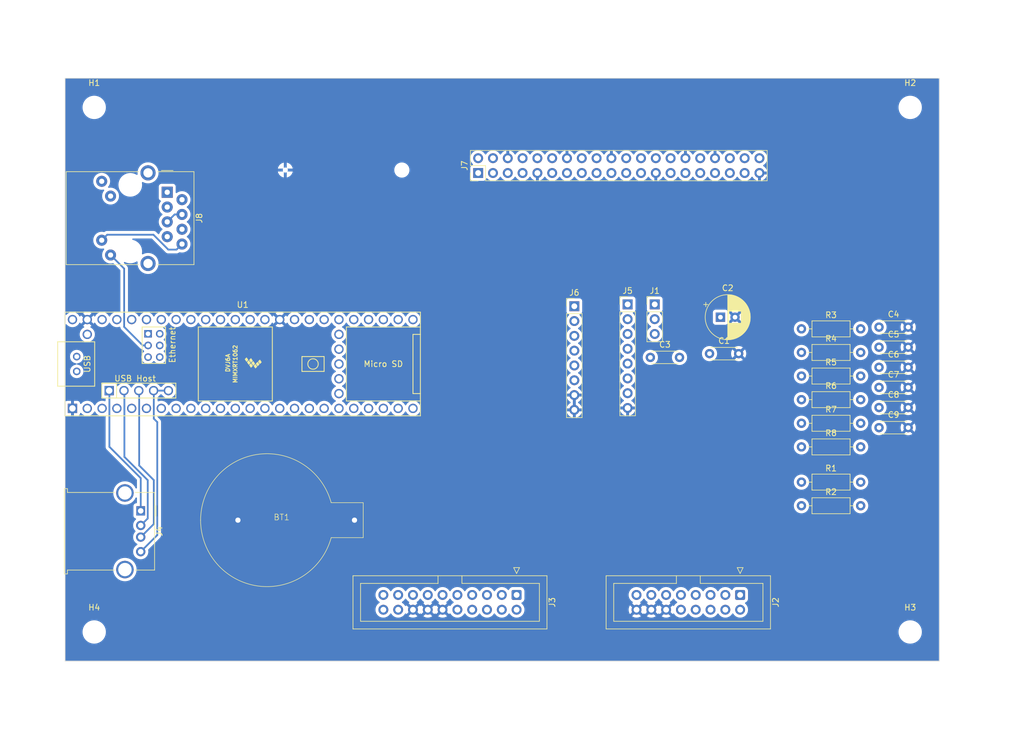
<source format=kicad_pcb>
(kicad_pcb (version 20240108) (generator "pcbnew") (generator_version "8.0")
  (layers (0 "F.Cu" signal) (31 "B.Cu" signal) (34 "B.Paste" user) (35 "F.Paste" user) (36 "B.SilkS" user "B.Silkscreen") (37 "F.SilkS" user "F.Silkscreen") (38 "B.Mask" user) (39 "F.Mask" user) (44 "Edge.Cuts" user))
  (net 0 "")
  (net 1 "+12V")
  (net 2 "GND")
  (net 3 "/RXD3")
  (net 4 "+5V")
  (net 5 "/RXD4")
  (net 6 "/RXD7")
  (net 7 "/TXD7")
  (net 8 "/Int_ToeStud")
  (net 9 "/Int_StopRight")
  (net 10 "/RXD5")
  (net 11 "/TXD5")
  (net 12 "/Int_Kbd")
  (net 13 "/Int_Panel")
  (net 14 "/Int_Technics")
  (net 15 "/Int_StopLeft")
  (net 17 "Net-(J4-D-)")
  (net 18 "/RXD1")
  (net 19 "+3.3V")
  (net 20 "/RXD2")
  (net 21 "/RXD6")
  (net 22 "/RXD8")
  (net 23 "/TXD1")
  (net 24 "/TXD2")
  (net 25 "/TXD6")
  (net 26 "Net-(J4-GND)")
  (net 27 "Net-(J4-VBUS)")
  (net 28 "Net-(J4-D+)")
  (net 38 "/RPI_CS")
  (net 39 "/RPI_SCLK")
  (net 45 "/RPI_MOSI")
  (net 46 "/RPI_MISO")
  (net 54 "/SCL")
  (net 61 "/Eth_T+")
  (net 64 "/Eth_T-")
  (net 68 "/Eth_Gnd")
  (net 70 "/Eth_R-")
  (net 71 "/Eth_LED")
  (net 75 "Net-(J8-RCT)")
  (net 79 "/TXD4")
  (net 82 "/Eth_R+")
  (net 83 "Net-(J3-Pin_7)")
  (net 84 "Net-(J3-Pin_5)")
  (net 85 "Net-(J1-Pin_2)")
  (net 87 "/I2S_MCLK2")
  (net 88 "Net-(BT1-+)")
  (net 89 "Net-(J1-Pin_3)")
  (net 90 "/I2S_IN2")
  (net 91 "/SPDIF_OUT")
  (net 92 "/SDA")
  (net 94 "/I2S_OUT2")
  (net 95 "Net-(J1-Pin_1)")
  (net 96 "/I2S_BCLK2")
  (net 97 "/I2S_LRCLK2")
  (net 99 "Net-(J3-Pin_11)")
  (net 100 "Net-(J3-Pin_1)")
  (net 101 "Net-(J3-Pin_9)")
  (net 102 "Net-(J3-Pin_3)")
  (footprint "Teensy:Teensy41" (layer "F.Cu") (at 97.028 94.234)
    (property "Reference" "U1" (at 0 -10.16 0) (layer "F.SilkS"))
    (property "Value" "Teensy4.1")
    (fp_text user "USB" (at -26.67 0 -90) (layer "F.SilkS"))
    (fp_text user "Micro SD" (at 24.13 0 0) (layer "F.SilkS"))
    (fp_text user "Ethernet" (at -12.065 -3.2766 90) (layer "F.SilkS"))
    (fp_text user "USB Host" (at -18.4658 2.4892 0) (layer "F.SilkS"))
    (fp_text user "MIMXRT1062" (at -1.27 0 -90) (layer "F.SilkS") (effects (font (size 0.7 0.7))))
    (fp_text user "DVJ6A" (at -2.54 -0.18 -90) (layer "F.SilkS") (effects (font (size 0.7 0.7))))
    (pad "1" thru_hole rect (at -29.21 7.62) (size 1.6 1.6) (drill 1.1) (layers "*.Cu" "*.Mask") (net 2 "GND"))
    (pad "2" thru_hole circle (at -26.67 7.62) (size 1.6 1.6) (drill 1.1) (layers "*.Cu" "*.Mask") (net 18 "/RXD1"))
    (pad "3" thru_hole circle (at -24.13 7.62) (size 1.6 1.6) (drill 1.1) (layers "*.Cu" "*.Mask") (net 23 "/TXD1"))
    (pad "4" thru_hole circle (at -21.59 7.62) (size 1.6 1.6) (drill 1.1) (layers "*.Cu" "*.Mask") (net 94 "/I2S_OUT2"))
    (pad "5" thru_hole circle (at -19.05 7.62) (size 1.6 1.6) (drill 1.1) (layers "*.Cu" "*.Mask") (net 97 "/I2S_LRCLK2"))
    (pad "6" thru_hole circle (at -16.51 7.62) (size 1.6 1.6) (drill 1.1) (layers "*.Cu" "*.Mask") (net 96 "/I2S_BCLK2"))
    (pad "7" thru_hole circle (at -13.97 7.62) (size 1.6 1.6) (drill 1.1) (layers "*.Cu" "*.Mask") (net 90 "/I2S_IN2"))
    (pad "8" thru_hole circle (at -11.43 7.62) (size 1.6 1.6) (drill 1.1) (layers "*.Cu" "*.Mask"))
    (pad "9" thru_hole circle (at -8.89 7.62) (size 1.6 1.6) (drill 1.1) (layers "*.Cu" "*.Mask") (net 20 "/RXD2"))
    (pad "10" thru_hole circle (at -6.35 7.62) (size 1.6 1.6) (drill 1.1) (layers "*.Cu" "*.Mask") (net 24 "/TXD2"))
    (pad "11" thru_hole circle (at -3.81 7.62) (size 1.6 1.6) (drill 1.1) (layers "*.Cu" "*.Mask"))
    (pad "12" thru_hole circle (at -1.27 7.62) (size 1.6 1.6) (drill 1.1) (layers "*.Cu" "*.Mask") (net 38 "/RPI_CS"))
    (pad "13" thru_hole circle (at 1.27 7.62) (size 1.6 1.6) (drill 1.1) (layers "*.Cu" "*.Mask") (net 45 "/RPI_MOSI"))
    (pad "14" thru_hole circle (at 3.81 7.62) (size 1.6 1.6) (drill 1.1) (layers "*.Cu" "*.Mask") (net 46 "/RPI_MISO"))
    (pad "15" thru_hole circle (at 6.35 7.62) (size 1.6 1.6) (drill 1.1) (layers "*.Cu" "*.Mask") (net 19 "+3.3V"))
    (pad "16" thru_hole circle (at 8.89 7.62) (size 1.6 1.6) (drill 1.1) (layers "*.Cu" "*.Mask") (net 25 "/TXD6"))
    (pad "17" thru_hole circle (at 11.43 7.62) (size 1.6 1.6) (drill 1.1) (layers "*.Cu" "*.Mask") (net 21 "/RXD6"))
    (pad "18" thru_hole circle (at 13.97 7.62) (size 1.6 1.6) (drill 1.1) (layers "*.Cu" "*.Mask"))
    (pad "19" thru_hole circle (at 16.51 7.62) (size 1.6 1.6) (drill 1.1) (layers "*.Cu" "*.Mask"))
    (pad "20" thru_hole circle (at 19.05 7.62) (size 1.6 1.6) (drill 1.1) (layers "*.Cu" "*.Mask") (net 6 "/RXD7"))
    (pad "21" thru_hole circle (at 21.59 7.62) (size 1.6 1.6) (drill 1.1) (layers "*.Cu" "*.Mask") (net 7 "/TXD7"))
    (pad "22" thru_hole circle (at 24.13 7.62) (size 1.6 1.6) (drill 1.1) (layers "*.Cu" "*.Mask"))
    (pad "23" thru_hole circle (at 26.67 7.62) (size 1.6 1.6) (drill 1.1) (layers "*.Cu" "*.Mask"))
    (pad "24" thru_hole circle (at 29.21 7.62) (size 1.6 1.6) (drill 1.1) (layers "*.Cu" "*.Mask"))
    (pad "25" thru_hole circle (at 29.21 -7.62) (size 1.6 1.6) (drill 1.1) (layers "*.Cu" "*.Mask") (net 87 "/I2S_MCLK2"))
    (pad "26" thru_hole circle (at 26.67 -7.62) (size 1.6 1.6) (drill 1.1) (layers "*.Cu" "*.Mask") (net 22 "/RXD8"))
    (pad "27" thru_hole circle (at 24.13 -7.62) (size 1.6 1.6) (drill 1.1) (layers "*.Cu" "*.Mask"))
    (pad "28" thru_hole circle (at 21.59 -7.62) (size 1.6 1.6) (drill 1.1) (layers "*.Cu" "*.Mask") (net 13 "/Int_Panel"))
    (pad "29" thru_hole circle (at 19.05 -7.62) (size 1.6 1.6) (drill 1.1) (layers "*.Cu" "*.Mask") (net 8 "/Int_ToeStud"))
    (pad "30" thru_hole circle (at 16.51 -7.62) (size 1.6 1.6) (drill 1.1) (layers "*.Cu" "*.Mask") (net 15 "/Int_StopLeft"))
    (pad "31" thru_hole circle (at 13.97 -7.62) (size 1.6 1.6) (drill 1.1) (layers "*.Cu" "*.Mask") (net 9 "/Int_StopRight"))
    (pad "32" thru_hole circle (at 11.43 -7.62) (size 1.6 1.6) (drill 1.1) (layers "*.Cu" "*.Mask") (net 14 "/Int_Technics"))
    (pad "33" thru_hole circle (at 8.89 -7.62) (size 1.6 1.6) (drill 1.1) (layers "*.Cu" "*.Mask") (net 12 "/Int_Kbd"))
    (pad "34" thru_hole circle (at 6.35 -7.62) (size 1.6 1.6) (drill 1.1) (layers "*.Cu" "*.Mask") (net 2 "GND"))
    (pad "35" thru_hole circle (at 3.81 -7.62) (size 1.6 1.6) (drill 1.1) (layers "*.Cu" "*.Mask") (net 39 "/RPI_SCLK"))
    (pad "36" thru_hole circle (at 1.27 -7.62) (size 1.6 1.6) (drill 1.1) (layers "*.Cu" "*.Mask") (net 91 "/SPDIF_OUT"))
    (pad "37" thru_hole circle (at -1.27 -7.62) (size 1.6 1.6) (drill 1.1) (layers "*.Cu" "*.Mask") (net 3 "/RXD3"))
    (pad "38" thru_hole circle (at -3.81 -7.62) (size 1.6 1.6) (drill 1.1) (layers "*.Cu" "*.Mask") (net 5 "/RXD4"))
    (pad "39" thru_hole circle (at -6.35 -7.62) (size 1.6 1.6) (drill 1.1) (layers "*.Cu" "*.Mask") (net 79 "/TXD4"))
    (pad "40" thru_hole circle (at -8.89 -7.62) (size 1.6 1.6) (drill 1.1) (layers "*.Cu" "*.Mask") (net 92 "/SDA"))
    (pad "41" thru_hole circle (at -11.43 -7.62) (size 1.6 1.6) (drill 1.1) (layers "*.Cu" "*.Mask") (net 54 "/SCL"))
    (pad "42" thru_hole circle (at -13.97 -7.62) (size 1.6 1.6) (drill 1.1) (layers "*.Cu" "*.Mask") (net 11 "/TXD5"))
    (pad "43" thru_hole circle (at -16.51 -7.62) (size 1.6 1.6) (drill 1.1) (layers "*.Cu" "*.Mask") (net 10 "/RXD5"))
    (pad "44" thru_hole circle (at -19.05 -7.62) (size 1.6 1.6) (drill 1.1) (layers "*.Cu" "*.Mask"))
    (pad "45" thru_hole circle (at -21.59 -7.62) (size 1.6 1.6) (drill 1.1) (layers "*.Cu" "*.Mask"))
    (pad "46" thru_hole circle (at -24.13 -7.62) (size 1.6 1.6) (drill 1.1) (layers "*.Cu" "*.Mask") (net 19 "+3.3V"))
    (pad "47" thru_hole circle (at -26.67 -7.62) (size 1.6 1.6) (drill 1.1) (layers "*.Cu" "*.Mask") (net 2 "GND"))
    (pad "48" thru_hole circle (at -29.21 -7.62) (size 1.6 1.6) (drill 1.1) (layers "*.Cu" "*.Mask") (net 4 "+5V"))
    (pad "49" thru_hole circle (at -26.67 -5.08) (size 1.6 1.6) (drill 1.1) (layers "*.Cu" "*.Mask"))
    (pad "50" thru_hole circle (at 16.51 5.08) (size 1.6 1.6) (drill 1.1) (layers "*.Cu" "*.Mask") (net 88 "Net-(BT1-+)"))
    (pad "51" thru_hole circle (at 16.51 2.54) (size 1.6 1.6) (drill 1.1) (layers "*.Cu" "*.Mask"))
    (pad "52" thru_hole circle (at 16.51 0) (size 1.6 1.6) (drill 1.1) (layers "*.Cu" "*.Mask") (net 89 "Net-(J1-Pin_3)"))
    (pad "53" thru_hole circle (at 16.51 -2.54) (size 1.6 1.6) (drill 1.1) (layers "*.Cu" "*.Mask") (net 85 "Net-(J1-Pin_2)"))
    (pad "54" thru_hole circle (at 16.51 -5.08) (size 1.6 1.6) (drill 1.1) (layers "*.Cu" "*.Mask") (net 95 "Net-(J1-Pin_1)"))
    (pad "55" thru_hole rect (at -22.9108 4.5692) (size 1.6 1.6) (drill 1.1) (layers "*.Cu" "*.Mask") (net 27 "Net-(J4-VBUS)"))
    (pad "56" thru_hole circle (at -20.3708 4.5692) (size 1.6 1.6) (drill 1.1) (layers "*.Cu" "*.Mask") (net 17 "Net-(J4-D-)"))
    (pad "57" thru_hole circle (at -17.8308 4.5692) (size 1.6 1.6) (drill 1.1) (layers "*.Cu" "*.Mask") (net 28 "Net-(J4-D+)"))
    (pad "58" thru_hole circle (at -15.2908 4.5692) (size 1.6 1.6) (drill 1.1) (layers "*.Cu" "*.Mask") (net 26 "Net-(J4-GND)"))
    (pad "59" thru_hole circle (at -12.7508 4.5692) (size 1.6 1.6) (drill 1.1) (layers "*.Cu" "*.Mask") (net 26 "Net-(J4-GND)"))
    (pad "60" thru_hole rect (at -16.24 -5.1816) (size 1.3 1.3) (drill 0.8) (layers "*.Cu" "*.Mask") (net 82 "/Eth_R+"))
    (pad "61" thru_hole circle (at -16.24 -3.1816) (size 1.3 1.3) (drill 0.8) (layers "*.Cu" "*.Mask") (net 71 "/Eth_LED"))
    (pad "62" thru_hole circle (at -16.24 -1.1816) (size 1.3 1.3) (drill 0.8) (layers "*.Cu" "*.Mask") (net 64 "/Eth_T-"))
    (pad "63" thru_hole circle (at -14.24 -1.1816) (size 1.3 1.3) (drill 0.8) (layers "*.Cu" "*.Mask") (net 61 "/Eth_T+"))
    (pad "64" thru_hole circle (at -14.24 -3.1816) (size 1.3 1.3) (drill 0.8) (layers "*.Cu" "*.Mask") (net 68 "/Eth_Gnd"))
    (pad "65" thru_hole circle (at -14.24 -5.1816) (size 1.3 1.3) (drill 0.8) (layers "*.Cu" "*.Mask") (net 70 "/Eth_R-"))
    (pad "66" thru_hole circle (at -28.48 -1.27) (size 1.3 1.3) (drill 0.8) (layers "*.Cu" "*.Mask"))
    (pad "67" thru_hole circle (at -28.48 1.27) (size 1.3 1.3) (drill 0.8) (layers "*.Cu" "*.Mask"))
  )
  (footprint "Connector_PinHeader_2.54mm:PinHeader_2x20_P2.54mm_Vertical" (layer "F.Cu") (at 137.424 61.468 90)
    (property "Reference" "J7" (at 1.27 -2.33 -90) (layer "F.SilkS"))
    (property "Value" "Raspberry_Pi_2_3")
    (pad "1" thru_hole rect (at 0 0 90) (size 1.7 1.7) (drill 1) (layers "*.Cu" "*.Mask"))
    (pad "2" thru_hole oval (at 2.54 0 90) (size 1.7 1.7) (drill 1) (layers "*.Cu" "*.Mask") (net 4 "+5V"))
    (pad "3" thru_hole oval (at 0 2.54 90) (size 1.7 1.7) (drill 1) (layers "*.Cu" "*.Mask") (net 92 "/SDA"))
    (pad "4" thru_hole oval (at 2.54 2.54 90) (size 1.7 1.7) (drill 1) (layers "*.Cu" "*.Mask") (net 4 "+5V"))
    (pad "5" thru_hole oval (at 0 5.08 90) (size 1.7 1.7) (drill 1) (layers "*.Cu" "*.Mask") (net 54 "/SCL"))
    (pad "6" thru_hole oval (at 2.54 5.08 90) (size 1.7 1.7) (drill 1) (layers "*.Cu" "*.Mask") (net 2 "GND"))
    (pad "7" thru_hole oval (at 0 7.62 90) (size 1.7 1.7) (drill 1) (layers "*.Cu" "*.Mask"))
    (pad "8" thru_hole oval (at 2.54 7.62 90) (size 1.7 1.7) (drill 1) (layers "*.Cu" "*.Mask"))
    (pad "9" thru_hole oval (at 0 10.16 90) (size 1.7 1.7) (drill 1) (layers "*.Cu" "*.Mask") (net 2 "GND"))
    (pad "10" thru_hole oval (at 2.54 10.16 90) (size 1.7 1.7) (drill 1) (layers "*.Cu" "*.Mask"))
    (pad "11" thru_hole oval (at 0 12.7 90) (size 1.7 1.7) (drill 1) (layers "*.Cu" "*.Mask"))
    (pad "12" thru_hole oval (at 2.54 12.7 90) (size 1.7 1.7) (drill 1) (layers "*.Cu" "*.Mask"))
    (pad "13" thru_hole oval (at 0 15.24 90) (size 1.7 1.7) (drill 1) (layers "*.Cu" "*.Mask"))
    (pad "14" thru_hole oval (at 2.54 15.24 90) (size 1.7 1.7) (drill 1) (layers "*.Cu" "*.Mask") (net 2 "GND"))
    (pad "15" thru_hole oval (at 0 17.78 90) (size 1.7 1.7) (drill 1) (layers "*.Cu" "*.Mask"))
    (pad "16" thru_hole oval (at 2.54 17.78 90) (size 1.7 1.7) (drill 1) (layers "*.Cu" "*.Mask"))
    (pad "17" thru_hole oval (at 0 20.32 90) (size 1.7 1.7) (drill 1) (layers "*.Cu" "*.Mask"))
    (pad "18" thru_hole oval (at 2.54 20.32 90) (size 1.7 1.7) (drill 1) (layers "*.Cu" "*.Mask"))
    (pad "19" thru_hole oval (at 0 22.86 90) (size 1.7 1.7) (drill 1) (layers "*.Cu" "*.Mask") (net 46 "/RPI_MISO"))
    (pad "20" thru_hole oval (at 2.54 22.86 90) (size 1.7 1.7) (drill 1) (layers "*.Cu" "*.Mask") (net 2 "GND"))
    (pad "21" thru_hole oval (at 0 25.4 90) (size 1.7 1.7) (drill 1) (layers "*.Cu" "*.Mask") (net 45 "/RPI_MOSI"))
    (pad "22" thru_hole oval (at 2.54 25.4 90) (size 1.7 1.7) (drill 1) (layers "*.Cu" "*.Mask"))
    (pad "23" thru_hole oval (at 0 27.94 90) (size 1.7 1.7) (drill 1) (layers "*.Cu" "*.Mask") (net 39 "/RPI_SCLK"))
    (pad "24" thru_hole oval (at 2.54 27.94 90) (size 1.7 1.7) (drill 1) (layers "*.Cu" "*.Mask") (net 38 "/RPI_CS"))
    (pad "25" thru_hole oval (at 0 30.48 90) (size 1.7 1.7) (drill 1) (layers "*.Cu" "*.Mask") (net 2 "GND"))
    (pad "26" thru_hole oval (at 2.54 30.48 90) (size 1.7 1.7) (drill 1) (layers "*.Cu" "*.Mask"))
    (pad "27" thru_hole oval (at 0 33.02 90) (size 1.7 1.7) (drill 1) (layers "*.Cu" "*.Mask"))
    (pad "28" thru_hole oval (at 2.54 33.02 90) (size 1.7 1.7) (drill 1) (layers "*.Cu" "*.Mask"))
    (pad "29" thru_hole oval (at 0 35.56 90) (size 1.7 1.7) (drill 1) (layers "*.Cu" "*.Mask"))
    (pad "30" thru_hole oval (at 2.54 35.56 90) (size 1.7 1.7) (drill 1) (layers "*.Cu" "*.Mask") (net 2 "GND"))
    (pad "31" thru_hole oval (at 0 38.1 90) (size 1.7 1.7) (drill 1) (layers "*.Cu" "*.Mask"))
    (pad "32" thru_hole oval (at 2.54 38.1 90) (size 1.7 1.7) (drill 1) (layers "*.Cu" "*.Mask"))
    (pad "33" thru_hole oval (at 0 40.64 90) (size 1.7 1.7) (drill 1) (layers "*.Cu" "*.Mask"))
    (pad "34" thru_hole oval (at 2.54 40.64 90) (size 1.7 1.7) (drill 1) (layers "*.Cu" "*.Mask") (net 2 "GND"))
    (pad "35" thru_hole oval (at 0 43.18 90) (size 1.7 1.7) (drill 1) (layers "*.Cu" "*.Mask"))
    (pad "36" thru_hole oval (at 2.54 43.18 90) (size 1.7 1.7) (drill 1) (layers "*.Cu" "*.Mask"))
    (pad "37" thru_hole oval (at 0 45.72 90) (size 1.7 1.7) (drill 1) (layers "*.Cu" "*.Mask"))
    (pad "38" thru_hole oval (at 2.54 45.72 90) (size 1.7 1.7) (drill 1) (layers "*.Cu" "*.Mask"))
    (pad "39" thru_hole oval (at 0 48.26 90) (size 1.7 1.7) (drill 1) (layers "*.Cu" "*.Mask") (net 2 "GND"))
    (pad "40" thru_hole oval (at 2.54 48.26 90) (size 1.7 1.7) (drill 1) (layers "*.Cu" "*.Mask"))
  )
  (footprint "Capacitor_THT:C_Disc_D4.3mm_W1.9mm_P5.00mm" (layer "F.Cu") (at 206.201 87.906)
    (property "Reference" "C4" (at 2.5 -2.2 0) (layer "F.SilkS"))
    (property "Value" "10nF")
    (pad "1" thru_hole circle (at 0 0) (size 1.6 1.6) (drill 0.8) (layers "*.Cu" "*.Mask") (net 12 "/Int_Kbd"))
    (pad "2" thru_hole circle (at 5 0) (size 1.6 1.6) (drill 0.8) (layers "*.Cu" "*.Mask") (net 2 "GND"))
  )
  (footprint "Capacitor_THT:C_Disc_D4.3mm_W1.9mm_P5.00mm" (layer "F.Cu") (at 166.968 93.106)
    (property "Reference" "C3" (at 2.5 -2.2 0) (layer "F.SilkS"))
    (property "Value" "100nF")
    (pad "1" thru_hole circle (at 0 0) (size 1.6 1.6) (drill 0.8) (layers "*.Cu" "*.Mask") (net 75 "Net-(J8-RCT)"))
    (pad "2" thru_hole circle (at 5 0) (size 1.6 1.6) (drill 0.8) (layers "*.Cu" "*.Mask") (net 68 "/Eth_Gnd"))
  )
  (footprint "Resistor_THT:R_Axial_DIN0207_L6.3mm_D2.5mm_P10.16mm_Horizontal" (layer "F.Cu") (at 192.891 114.506)
    (property "Reference" "R1" (at 5.08 -2.37 0) (layer "F.SilkS"))
    (property "Value" "4k7")
    (pad "1" thru_hole circle (at 0 0) (size 1.6 1.6) (drill 0.8) (layers "*.Cu" "*.Mask") (net 92 "/SDA"))
    (pad "2" thru_hole oval (at 10.16 0) (size 1.6 1.6) (drill 0.8) (layers "*.Cu" "*.Mask") (net 19 "+3.3V"))
  )
  (footprint "Resistor_THT:R_Axial_DIN0207_L6.3mm_D2.5mm_P10.16mm_Horizontal" (layer "F.Cu") (at 192.891 92.256)
    (property "Reference" "R4" (at 5.08 -2.37 0) (layer "F.SilkS"))
    (property "Value" "100")
    (pad "1" thru_hole circle (at 0 0) (size 1.6 1.6) (drill 0.8) (layers "*.Cu" "*.Mask") (net 14 "/Int_Technics"))
    (pad "2" thru_hole oval (at 10.16 0) (size 1.6 1.6) (drill 0.8) (layers "*.Cu" "*.Mask") (net 101 "Net-(J3-Pin_9)"))
  )
  (footprint "Connector_PinHeader_2.54mm:PinHeader_1x08_P2.54mm_Vertical" (layer "F.Cu") (at 163.068 84.006)
    (property "Reference" "J5" (at 0 -2.33 0) (layer "F.SilkS"))
    (property "Value" "I2S_Data")
    (pad "1" thru_hole rect (at 0 0) (size 1.7 1.7) (drill 1) (layers "*.Cu" "*.Mask") (net 54 "/SCL"))
    (pad "2" thru_hole oval (at 0 2.54) (size 1.7 1.7) (drill 1) (layers "*.Cu" "*.Mask") (net 92 "/SDA"))
    (pad "3" thru_hole oval (at 0 5.08) (size 1.7 1.7) (drill 1) (layers "*.Cu" "*.Mask") (net 87 "/I2S_MCLK2"))
    (pad "4" thru_hole oval (at 0 7.62) (size 1.7 1.7) (drill 1) (layers "*.Cu" "*.Mask") (net 94 "/I2S_OUT2"))
    (pad "5" thru_hole oval (at 0 10.16) (size 1.7 1.7) (drill 1) (layers "*.Cu" "*.Mask") (net 97 "/I2S_LRCLK2"))
    (pad "6" thru_hole oval (at 0 12.7) (size 1.7 1.7) (drill 1) (layers "*.Cu" "*.Mask") (net 96 "/I2S_BCLK2"))
    (pad "7" thru_hole oval (at 0 15.24) (size 1.7 1.7) (drill 1) (layers "*.Cu" "*.Mask") (net 90 "/I2S_IN2"))
    (pad "8" thru_hole oval (at 0 17.78) (size 1.7 1.7) (drill 1) (layers "*.Cu" "*.Mask") (net 2 "GND"))
  )
  (footprint "MountingHole:MountingHole_3.2mm_M3" (layer "F.Cu") (at 211.548 140.212)
    (property "Reference" "H3" (at 0 -4.2 0) (layer "F.SilkS"))
    (property "Value" "MountingHole")
    (pad "" np_thru_hole circle (at 0 0) (size 3.2 3.2) (drill 3.2) (layers "*.Cu" "*.Mask"))
  )
  (footprint "Capacitor_THT:C_Disc_D4.3mm_W1.9mm_P5.00mm" (layer "F.Cu") (at 206.201 101.706)
    (property "Reference" "C8" (at 2.5 -2.2 0) (layer "F.SilkS"))
    (property "Value" "10nF")
    (pad "1" thru_hole circle (at 0 0) (size 1.6 1.6) (drill 0.8) (layers "*.Cu" "*.Mask") (net 15 "/Int_StopLeft"))
    (pad "2" thru_hole circle (at 5 0) (size 1.6 1.6) (drill 0.8) (layers "*.Cu" "*.Mask") (net 2 "GND"))
  )
  (footprint "Capacitor_THT:C_Disc_D4.3mm_W1.9mm_P5.00mm" (layer "F.Cu") (at 206.201 91.356)
    (property "Reference" "C5" (at 2.5 -2.2 0) (layer "F.SilkS"))
    (property "Value" "10nF")
    (pad "1" thru_hole circle (at 0 0) (size 1.6 1.6) (drill 0.8) (layers "*.Cu" "*.Mask") (net 14 "/Int_Technics"))
    (pad "2" thru_hole circle (at 5 0) (size 1.6 1.6) (drill 0.8) (layers "*.Cu" "*.Mask") (net 2 "GND"))
  )
  (footprint "Capacitor_THT:C_Disc_D4.3mm_W1.9mm_P5.00mm" (layer "F.Cu") (at 206.201 94.806)
    (property "Reference" "C6" (at 2.5 -2.2 0) (layer "F.SilkS"))
    (property "Value" "10nF")
    (pad "1" thru_hole circle (at 0 0) (size 1.6 1.6) (drill 0.8) (layers "*.Cu" "*.Mask") (net 8 "/Int_ToeStud"))
    (pad "2" thru_hole circle (at 5 0) (size 1.6 1.6) (drill 0.8) (layers "*.Cu" "*.Mask") (net 2 "GND"))
  )
  (footprint "Custom_Footprints:BatteryHolder_Holder_CR2032" (layer "F.Cu") (at 103.705 121.031)
    (property "Reference" "BT1" (at 0 -0.5 0) (layer "F.SilkS") (effects (font (thickness 0.1))))
    (property "Value" "Battery_Cell")
    (pad "1" thru_hole circle (at 12.5 0 270) (size 1.6 1.6) (drill 0.89) (layers "*.Cu" "*.Mask") (net 88 "Net-(BT1-+)"))
    (pad "2" thru_hole circle (at -7.5 0 270) (size 1.6 1.6) (drill 0.89) (layers "*.Cu" "*.Mask") (net 2 "GND"))
  )
  (footprint "Connector_IDC:IDC-Header_2x10_P2.54mm_Vertical" (layer "F.Cu") (at 144.018 133.858 -90)
    (property "Reference" "J3" (at 1.27 -6.1 90) (layer "F.SilkS"))
    (property "Value" "IO_Boards")
    (pad "1" thru_hole roundrect (at 0 0 270) (size 1.7 1.7) (drill 1) (layers "*.Cu" "*.Mask") (roundrect_rratio 0.147059) (net 100 "Net-(J3-Pin_1)"))
    (pad "2" thru_hole circle (at 2.54 0 270) (size 1.7 1.7) (drill 1) (layers "*.Cu" "*.Mask") (net 19 "+3.3V"))
    (pad "3" thru_hole circle (at 0 2.54 270) (size 1.7 1.7) (drill 1) (layers "*.Cu" "*.Mask") (net 102 "Net-(J3-Pin_3)"))
    (pad "4" thru_hole circle (at 2.54 2.54 270) (size 1.7 1.7) (drill 1) (layers "*.Cu" "*.Mask") (net 92 "/SDA"))
    (pad "5" thru_hole circle (at 0 5.08 270) (size 1.7 1.7) (drill 1) (layers "*.Cu" "*.Mask") (net 84 "Net-(J3-Pin_5)"))
    (pad "6" thru_hole circle (at 2.54 5.08 270) (size 1.7 1.7) (drill 1) (layers "*.Cu" "*.Mask") (net 54 "/SCL"))
    (pad "7" thru_hole circle (at 0 7.62 270) (size 1.7 1.7) (drill 1) (layers "*.Cu" "*.Mask") (net 83 "Net-(J3-Pin_7)"))
    (pad "8" thru_hole circle (at 2.54 7.62 270) (size 1.7 1.7) (drill 1) (layers "*.Cu" "*.Mask") (net 1 "+12V"))
    (pad "9" thru_hole circle (at 0 10.16 270) (size 1.7 1.7) (drill 1) (layers "*.Cu" "*.Mask") (net 101 "Net-(J3-Pin_9)"))
    (pad "10" thru_hole circle (at 2.54 10.16 270) (size 1.7 1.7) (drill 1) (layers "*.Cu" "*.Mask") (net 1 "+12V"))
    (pad "11" thru_hole circle (at 0 12.7 270) (size 1.7 1.7) (drill 1) (layers "*.Cu" "*.Mask") (net 99 "Net-(J3-Pin_11)"))
    (pad "12" thru_hole circle (at 2.54 12.7 270) (size 1.7 1.7) (drill 1) (layers "*.Cu" "*.Mask") (net 2 "GND"))
    (pad "13" thru_hole circle (at 0 15.24 270) (size 1.7 1.7) (drill 1) (layers "*.Cu" "*.Mask") (net 11 "/TXD5"))
    (pad "14" thru_hole circle (at 2.54 15.24 270) (size 1.7 1.7) (drill 1) (layers "*.Cu" "*.Mask") (net 2 "GND"))
    (pad "15" thru_hole circle (at 0 17.78 270) (size 1.7 1.7) (drill 1) (layers "*.Cu" "*.Mask") (net 10 "/RXD5"))
    (pad "16" thru_hole circle (at 2.54 17.78 270) (size 1.7 1.7) (drill 1) (layers "*.Cu" "*.Mask") (net 2 "GND"))
    (pad "17" thru_hole circle (at 0 20.32 270) (size 1.7 1.7) (drill 1) (layers "*.Cu" "*.Mask") (net 5 "/RXD4"))
    (pad "18" thru_hole circle (at 2.54 20.32 270) (size 1.7 1.7) (drill 1) (layers "*.Cu" "*.Mask") (net 4 "+5V"))
    (pad "19" thru_hole circle (at 0 22.86 270) (size 1.7 1.7) (drill 1) (layers "*.Cu" "*.Mask") (net 3 "/RXD3"))
    (pad "20" thru_hole circle (at 2.54 22.86 270) (size 1.7 1.7) (drill 1) (layers "*.Cu" "*.Mask") (net 4 "+5V"))
  )
  (footprint "Resistor_THT:R_Axial_DIN0207_L6.3mm_D2.5mm_P10.16mm_Horizontal" (layer "F.Cu") (at 192.891 88.206)
    (property "Reference" "R3" (at 5.08 -2.37 0) (layer "F.SilkS"))
    (property "Value" "100")
    (pad "1" thru_hole circle (at 0 0) (size 1.6 1.6) (drill 0.8) (layers "*.Cu" "*.Mask") (net 12 "/Int_Kbd"))
    (pad "2" thru_hole oval (at 10.16 0) (size 1.6 1.6) (drill 0.8) (layers "*.Cu" "*.Mask") (net 99 "Net-(J3-Pin_11)"))
  )
  (footprint "Connector_RJ:RJ45_Amphenol_RJMG1BD3B8K1ANR" (layer "F.Cu") (at 84.074 64.77 -90)
    (property "Reference" "J8" (at 4.445 -5.49 90) (layer "F.SilkS"))
    (property "Value" "RJ45_Amphenol_RJMG1BD3B8K1ANR")
    (pad "" np_thru_hole circle (at -1.27 6.34 270) (size 3.25 3.25) (drill 3.25) (layers "*.Cu" "*.Mask"))
    (pad "" np_thru_hole circle (at 10.16 6.34 270) (size 3.25 3.25) (drill 3.25) (layers "*.Cu" "*.Mask"))
    (pad "L1" thru_hole circle (at 10.77 9.72 270) (size 1.89 1.89) (drill 0.89) (layers "*.Cu" "*.Mask") (net 71 "/Eth_LED"))
    (pad "L2" thru_hole circle (at 8.23 11.24 270) (size 1.89 1.89) (drill 0.89) (layers "*.Cu" "*.Mask") (net 68 "/Eth_Gnd"))
    (pad "L3" thru_hole circle (at 0.66 9.72 270) (size 1.89 1.89) (drill 0.89) (layers "*.Cu" "*.Mask"))
    (pad "L4" thru_hole circle (at -1.88 11.24 270) (size 1.89 1.89) (drill 0.89) (layers "*.Cu" "*.Mask"))
    (pad "R1" thru_hole rect (at 0 0 270) (size 1.9 1.9) (drill 0.9) (layers "*.Cu" "*.Mask") (net 61 "/Eth_T+"))
    (pad "R2" thru_hole circle (at 1.27 -2.54 270) (size 1.9 1.9) (drill 0.9) (layers "*.Cu" "*.Mask") (net 64 "/Eth_T-"))
    (pad "R3" thru_hole circle (at 2.54 0 270) (size 1.9 1.9) (drill 0.9) (layers "*.Cu" "*.Mask") (net 82 "/Eth_R+"))
    (pad "R4" thru_hole circle (at 3.81 -2.54 270) (size 1.9 1.9) (drill 0.9) (layers "*.Cu" "*.Mask") (net 75 "Net-(J8-RCT)"))
    (pad "R5" thru_hole circle (at 5.08 0 270) (size 1.9 1.9) (drill 0.9) (layers "*.Cu" "*.Mask") (net 75 "Net-(J8-RCT)"))
    (pad "R6" thru_hole circle (at 6.35 -2.54 270) (size 1.9 1.9) (drill 0.9) (layers "*.Cu" "*.Mask") (net 70 "/Eth_R-"))
    (pad "R7" thru_hole circle (at 7.62 0 270) (size 1.9 1.9) (drill 0.9) (layers "*.Cu" "*.Mask"))
    (pad "R8" thru_hole circle (at 8.89 -2.54 270) (size 1.9 1.9) (drill 0.9) (layers "*.Cu" "*.Mask") (net 68 "/Eth_Gnd"))
    (pad "SH" thru_hole circle (at -3.33 3.29 270) (size 2.6 2.6) (drill 1.6) (layers "*.Cu" "*.Mask"))
    (pad "SH" thru_hole circle (at 12.22 3.29 270) (size 2.6 2.6) (drill 1.6) (layers "*.Cu" "*.Mask"))
  )
  (footprint "Connector_IDC:IDC-Header_2x08_P2.54mm_Vertical" (layer "F.Cu") (at 182.372 133.858 -90)
    (property "Reference" "J2" (at 1.27 -6.1 90) (layer "F.SilkS"))
    (property "Value" "MIDICon")
    (pad "1" thru_hole roundrect (at 0 0 270) (size 1.7 1.7) (drill 1) (layers "*.Cu" "*.Mask") (roundrect_rratio 0.147059) (net 19 "+3.3V"))
    (pad "2" thru_hole circle (at 2.54 0 270) (size 1.7 1.7) (drill 1) (layers "*.Cu" "*.Mask") (net 4 "+5V"))
    (pad "3" thru_hole circle (at 0 2.54 270) (size 1.7 1.7) (drill 1) (layers "*.Cu" "*.Mask") (net 19 "+3.3V"))
    (pad "4" thru_hole circle (at 2.54 2.54 270) (size 1.7 1.7) (drill 1) (layers "*.Cu" "*.Mask") (net 4 "+5V"))
    (pad "5" thru_hole circle (at 0 5.08 270) (size 1.7 1.7) (drill 1) (layers "*.Cu" "*.Mask") (net 22 "/RXD8"))
    (pad "6" thru_hole circle (at 2.54 5.08 270) (size 1.7 1.7) (drill 1) (layers "*.Cu" "*.Mask") (net 18 "/RXD1"))
    (pad "7" thru_hole circle (at 0 7.62 270) (size 1.7 1.7) (drill 1) (layers "*.Cu" "*.Mask") (net 20 "/RXD2"))
    (pad "8" thru_hole circle (at 2.54 7.62 270) (size 1.7 1.7) (drill 1) (layers "*.Cu" "*.Mask") (net 6 "/RXD7"))
    (pad "9" thru_hole circle (at 0 10.16 270) (size 1.7 1.7) (drill 1) (layers "*.Cu" "*.Mask") (net 23 "/TXD1"))
    (pad "10" thru_hole circle (at 2.54 10.16 270) (size 1.7 1.7) (drill 1) (layers "*.Cu" "*.Mask") (net 21 "/RXD6"))
    (pad "11" thru_hole circle (at 0 12.7 270) (size 1.7 1.7) (drill 1) (layers "*.Cu" "*.Mask") (net 24 "/TXD2"))
    (pad "12" thru_hole circle (at 2.54 12.7 270) (size 1.7 1.7) (drill 1) (layers "*.Cu" "*.Mask") (net 2 "GND"))
    (pad "13" thru_hole circle (at 0 15.24 270) (size 1.7 1.7) (drill 1) (layers "*.Cu" "*.Mask") (net 25 "/TXD6"))
    (pad "14" thru_hole circle (at 2.54 15.24 270) (size 1.7 1.7) (drill 1) (layers "*.Cu" "*.Mask") (net 2 "GND"))
    (pad "15" thru_hole circle (at 0 17.78 270) (size 1.7 1.7) (drill 1) (layers "*.Cu" "*.Mask") (net 7 "/TXD7"))
    (pad "16" thru_hole circle (at 2.54 17.78 270) (size 1.7 1.7) (drill 1) (layers "*.Cu" "*.Mask") (net 2 "GND"))
  )
  (footprint "Capacitor_THT:C_Disc_D4.3mm_W1.9mm_P5.00mm" (layer "F.Cu") (at 206.201 98.256)
    (property "Reference" "C7" (at 2.5 -2.2 0) (layer "F.SilkS"))
    (property "Value" "10nF")
    (pad "1" thru_hole circle (at 0 0) (size 1.6 1.6) (drill 0.8) (layers "*.Cu" "*.Mask") (net 9 "/Int_StopRight"))
    (pad "2" thru_hole circle (at 5 0) (size 1.6 1.6) (drill 0.8) (layers "*.Cu" "*.Mask") (net 2 "GND"))
  )
  (footprint "Resistor_THT:R_Axial_DIN0207_L6.3mm_D2.5mm_P10.16mm_Horizontal" (layer "F.Cu") (at 192.891 100.356)
    (property "Reference" "R6" (at 5.08 -2.37 0) (layer "F.SilkS"))
    (property "Value" "100")
    (pad "1" thru_hole circle (at 0 0) (size 1.6 1.6) (drill 0.8) (layers "*.Cu" "*.Mask") (net 9 "/Int_StopRight"))
    (pad "2" thru_hole oval (at 10.16 0) (size 1.6 1.6) (drill 0.8) (layers "*.Cu" "*.Mask") (net 84 "Net-(J3-Pin_5)"))
  )
  (footprint "MountingHole:MountingHole_3.2mm_M3" (layer "F.Cu") (at 71.548 140.212)
    (property "Reference" "H4" (at 0 -4.2 0) (layer "F.SilkS"))
    (property "Value" "MountingHole")
    (pad "" np_thru_hole circle (at 0 0) (size 3.2 3.2) (drill 3.2) (layers "*.Cu" "*.Mask"))
  )
  (footprint "Capacitor_THT:C_Disc_D4.3mm_W1.9mm_P5.00mm" (layer "F.Cu") (at 206.201 105.156)
    (property "Reference" "C9" (at 2.5 -2.2 0) (layer "F.SilkS"))
    (property "Value" "10nF")
    (pad "1" thru_hole circle (at 0 0) (size 1.6 1.6) (drill 0.8) (layers "*.Cu" "*.Mask") (net 13 "/Int_Panel"))
    (pad "2" thru_hole circle (at 5 0) (size 1.6 1.6) (drill 0.8) (layers "*.Cu" "*.Mask") (net 2 "GND"))
  )
  (footprint "MountingHole:MountingHole_3.2mm_M3" (layer "F.Cu") (at 211.548 50.212)
    (property "Reference" "H2" (at 0 -4.2 0) (layer "F.SilkS"))
    (property "Value" "MountingHole")
    (pad "" np_thru_hole circle (at 0 0) (size 3.2 3.2) (drill 3.2) (layers "*.Cu" "*.Mask"))
  )
  (footprint "Resistor_THT:R_Axial_DIN0207_L6.3mm_D2.5mm_P10.16mm_Horizontal" (layer "F.Cu") (at 192.891 104.406)
    (property "Reference" "R7" (at 5.08 -2.37 0) (layer "F.SilkS"))
    (property "Value" "100")
    (pad "1" thru_hole circle (at 0 0) (size 1.6 1.6) (drill 0.8) (layers "*.Cu" "*.Mask") (net 15 "/Int_StopLeft"))
    (pad "2" thru_hole oval (at 10.16 0) (size 1.6 1.6) (drill 0.8) (layers "*.Cu" "*.Mask") (net 102 "Net-(J3-Pin_3)"))
  )
  (footprint "Connector_PinHeader_2.54mm:PinHeader_1x08_P2.54mm_Vertical" (layer "F.Cu") (at 153.924 84.328)
    (property "Reference" "J6" (at 0 -2.33 0) (layer "F.SilkS"))
    (property "Value" "I2C_Pwr")
    (pad "1" thru_hole rect (at 0 0) (size 1.7 1.7) (drill 1) (layers "*.Cu" "*.Mask") (net 4 "+5V"))
    (pad "2" thru_hole oval (at 0 2.54) (size 1.7 1.7) (drill 1) (layers "*.Cu" "*.Mask") (net 4 "+5V"))
    (pad "3" thru_hole oval (at 0 5.08) (size 1.7 1.7) (drill 1) (layers "*.Cu" "*.Mask") (net 19 "+3.3V"))
    (pad "4" thru_hole oval (at 0 7.62) (size 1.7 1.7) (drill 1) (layers "*.Cu" "*.Mask") (net 19 "+3.3V"))
    (pad "5" thru_hole oval (at 0 10.16) (size 1.7 1.7) (drill 1) (layers "*.Cu" "*.Mask"))
    (pad "6" thru_hole oval (at 0 12.7) (size 1.7 1.7) (drill 1) (layers "*.Cu" "*.Mask") (net 91 "/SPDIF_OUT"))
    (pad "7" thru_hole oval (at 0 15.24) (size 1.7 1.7) (drill 1) (layers "*.Cu" "*.Mask") (net 2 "GND"))
    (pad "8" thru_hole oval (at 0 17.78) (size 1.7 1.7) (drill 1) (layers "*.Cu" "*.Mask") (net 2 "GND"))
  )
  (footprint "Connector_USB:USB_A_Molex_67643_Horizontal" (layer "F.Cu") (at 79.528 119.436 -90)
    (property "Reference" "J4" (at 3.5 -3.19 90) (layer "F.SilkS"))
    (property "Value" "USB_A")
    (pad "1" thru_hole rect (at 0 0 270) (size 1.6 1.5) (drill 0.95) (layers "*.Cu" "*.Mask") (net 27 "Net-(J4-VBUS)"))
    (pad "2" thru_hole circle (at 2.5 0 270) (size 1.6 1.6) (drill 0.95) (layers "*.Cu" "*.Mask") (net 17 "Net-(J4-D-)"))
    (pad "3" thru_hole circle (at 4.5 0 270) (size 1.6 1.6) (drill 0.95) (layers "*.Cu" "*.Mask") (net 28 "Net-(J4-D+)"))
    (pad "4" thru_hole circle (at 7 0 270) (size 1.6 1.6) (drill 0.95) (layers "*.Cu" "*.Mask") (net 26 "Net-(J4-GND)"))
    (pad "5" thru_hole circle (at -3.07 2.71 270) (size 3 3) (drill 2.3) (layers "*.Cu" "*.Mask"))
    (pad "5" thru_hole circle (at 10.07 2.71 270) (size 3 3) (drill 2.3) (layers "*.Cu" "*.Mask"))
  )
  (footprint "Capacitor_THT:C_Disc_D4.3mm_W1.9mm_P5.00mm" (layer "F.Cu") (at 177.118 92.456)
    (property "Reference" "C1" (at 2.5 -2.2 0) (layer "F.SilkS"))
    (property "Value" "100nF")
    (pad "1" thru_hole circle (at 0 0) (size 1.6 1.6) (drill 0.8) (layers "*.Cu" "*.Mask") (net 4 "+5V"))
    (pad "2" thru_hole circle (at 5 0) (size 1.6 1.6) (drill 0.8) (layers "*.Cu" "*.Mask") (net 2 "GND"))
  )
  (footprint "Resistor_THT:R_Axial_DIN0207_L6.3mm_D2.5mm_P10.16mm_Horizontal" (layer "F.Cu") (at 192.891 108.456)
    (property "Reference" "R8" (at 5.08 -2.37 0) (layer "F.SilkS"))
    (property "Value" "100")
    (pad "1" thru_hole circle (at 0 0) (size 1.6 1.6) (drill 0.8) (layers "*.Cu" "*.Mask") (net 13 "/Int_Panel"))
    (pad "2" thru_hole oval (at 10.16 0) (size 1.6 1.6) (drill 0.8) (layers "*.Cu" "*.Mask") (net 100 "Net-(J3-Pin_1)"))
  )
  (footprint "Capacitor_THT:CP_Radial_D7.5mm_P2.50mm" (layer "F.Cu") (at 178.995211 86.206)
    (property "Reference" "C2" (at 1.25 -5 0) (layer "F.SilkS"))
    (property "Value" "10uF")
    (pad "1" thru_hole rect (at 0 0) (size 1.6 1.6) (drill 0.8) (layers "*.Cu" "*.Mask") (net 4 "+5V"))
    (pad "2" thru_hole circle (at 2.5 0) (size 1.6 1.6) (drill 0.8) (layers "*.Cu" "*.Mask") (net 2 "GND"))
  )
  (footprint "MountingHole:MountingHole_3.2mm_M3" (layer "F.Cu") (at 71.548 50.212)
    (property "Reference" "H1" (at 0 -4.2 0) (layer "F.SilkS"))
    (property "Value" "MountingHole")
    (pad "" np_thru_hole circle (at 0 0) (size 3.2 3.2) (drill 3.2) (layers "*.Cu" "*.Mask"))
  )
  (footprint "Resistor_THT:R_Axial_DIN0207_L6.3mm_D2.5mm_P10.16mm_Horizontal" (layer "F.Cu") (at 192.891 96.306)
    (property "Reference" "R5" (at 5.08 -2.37 0) (layer "F.SilkS"))
    (property "Value" "100")
    (pad "1" thru_hole circle (at 0 0) (size 1.6 1.6) (drill 0.8) (layers "*.Cu" "*.Mask") (net 8 "/Int_ToeStud"))
    (pad "2" thru_hole oval (at 10.16 0) (size 1.6 1.6) (drill 0.8) (layers "*.Cu" "*.Mask") (net 83 "Net-(J3-Pin_7)"))
  )
  (footprint "Connector_PinHeader_2.54mm:PinHeader_1x03_P2.54mm_Vertical" (layer "F.Cu") (at 167.718 84.006)
    (property "Reference" "J1" (at 0 -2.33 0) (layer "F.SilkS"))
    (property "Value" "Ctrl")
    (pad "1" thru_hole rect (at 0 0) (size 1.7 1.7) (drill 1) (layers "*.Cu" "*.Mask") (net 95 "Net-(J1-Pin_1)"))
    (pad "2" thru_hole oval (at 0 2.54) (size 1.7 1.7) (drill 1) (layers "*.Cu" "*.Mask") (net 85 "Net-(J1-Pin_2)"))
    (pad "3" thru_hole oval (at 0 5.08) (size 1.7 1.7) (drill 1) (layers "*.Cu" "*.Mask") (net 89 "Net-(J1-Pin_3)"))
  )
  (footprint "Resistor_THT:R_Axial_DIN0207_L6.3mm_D2.5mm_P10.16mm_Horizontal" (layer "F.Cu") (at 192.891 118.556)
    (property "Reference" "R2" (at 5.08 -2.37 0) (layer "F.SilkS"))
    (property "Value" "4k7")
    (pad "1" thru_hole circle (at 0 0) (size 1.6 1.6) (drill 0.8) (layers "*.Cu" "*.Mask") (net 54 "/SCL"))
    (pad "2" thru_hole oval (at 10.16 0) (size 1.6 1.6) (drill 0.8) (layers "*.Cu" "*.Mask") (net 19 "+3.3V"))
  )
  (gr_rect (start 66.548 45.212) (end 216.548 145.212) (stroke (width 0.1)) (fill none) (layer "Edge.Cuts"))
  (segment (start 76.728 110.169472) (end 80.728 114.169472) (width 0.3) (layer "B.Cu") (net 17))
  (segment (start 80.728 120.736) (end 79.528 121.936) (width 0.3) (layer "B.Cu") (net 17))
  (segment (start 76.6572 98.8032) (end 76.728 98.874) (width 0.3) (layer "B.Cu") (net 17))
  (segment (start 80.728 114.169472) (end 80.728 120.736) (width 0.3) (layer "B.Cu") (net 17))
  (segment (start 76.728 98.874) (end 76.728 110.169472) (width 0.3) (layer "B.Cu") (net 17))
  (segment (start 81.768 98.834) (end 81.768 103.612) (width 0.3) (layer "B.Cu") (net 26))
  (segment (start 81.7372 98.8032) (end 81.768 98.834) (width 0.3) (layer "B.Cu") (net 26))
  (segment (start 82.368 123.596) (end 79.528 126.436) (width 0.3) (layer "B.Cu") (net 26))
  (segment (start 81.768 103.612) (end 82.368 104.212) (width 0.3) (layer "B.Cu") (net 26))
  (segment (start 82.368 104.212) (end 82.368 123.596) (width 0.3) (layer "B.Cu") (net 26))
  (segment (start 84.2772 98.8032) (end 81.7372 98.8032) (width 0.3) (layer "B.Cu") (net 26))
  (segment (start 74.1172 98.8032) (end 74.154967 98.840967) (width 0.3) (layer "B.Cu") (net 27))
  (segment (start 79.528 113.818) (end 79.528 119.436) (width 0.3) (layer "B.Cu") (net 27))
  (segment (start 74.154967 108.444967) (end 79.528 113.818) (width 0.3) (layer "B.Cu") (net 27))
  (segment (start 74.154967 98.840967) (end 74.154967 108.444967) (width 0.3) (layer "B.Cu") (net 27))
  (segment (start 79.268 98.874) (end 79.268 111.653) (width 0.3) (layer "B.Cu") (net 28))
  (segment (start 79.268 111.653) (end 81.768 114.153) (width 0.3) (layer "B.Cu") (net 28))
  (segment (start 79.1972 98.8032) (end 79.268 98.874) (width 0.3) (layer "B.Cu") (net 28))
  (segment (start 81.768 121.696) (end 79.528 123.936) (width 0.3) (layer "B.Cu") (net 28))
  (segment (start 81.768 114.153) (end 81.768 121.696) (width 0.3) (layer "B.Cu") (net 28))
  (segment (start 81.707001 72.055001) (end 84.261999 74.609999) (width 0.3) (layer "B.Cu") (net 68))
  (segment (start 72.834 73) (end 73.778999 72.055001) (width 0.3) (layer "B.Cu") (net 68))
  (segment (start 84.261999 74.609999) (end 85.664001 74.609999) (width 0.3) (layer "B.Cu") (net 68))
  (segment (start 85.664001 74.609999) (end 86.614 73.66) (width 0.3) (layer "B.Cu") (net 68))
  (segment (start 73.778999 72.055001) (end 81.707001 72.055001) (width 0.3) (layer "B.Cu") (net 68))
  (segment (start 76.688 87.871638) (end 76.688 77.874) (width 0.3) (layer "B.Cu") (net 71))
  (segment (start 79.868762 91.0524) (end 76.688 87.871638) (width 0.3) (layer "B.Cu") (net 71))
  (segment (start 76.688 77.874) (end 74.354 75.54) (width 0.3) (layer "B.Cu") (net 71))
  (segment (start 80.788 91.0524) (end 79.868762 91.0524) (width 0.3) (layer "B.Cu") (net 71))
  (segment (start 85.344 68.58) (end 86.614 68.58) (width 0.3) (layer "B.Cu") (net 75))
  (segment (start 84.074 69.85) (end 85.344 68.58) (width 0.3) (layer "B.Cu") (net 75))
  (zone (net 2) (net_name "GND") (layer "B.Cu") (connect_pads (clearance 0.5)) (min_thickness 0.25) (fill yes (thermal_gap 0.5) (thermal_bridge_width 0.5))
    (polygon (pts (xy 66.04 44.704) (xy 217.424 44.704) (xy 217.424 146.05) (xy 66.04 146.05)))
  )
)
</source>
